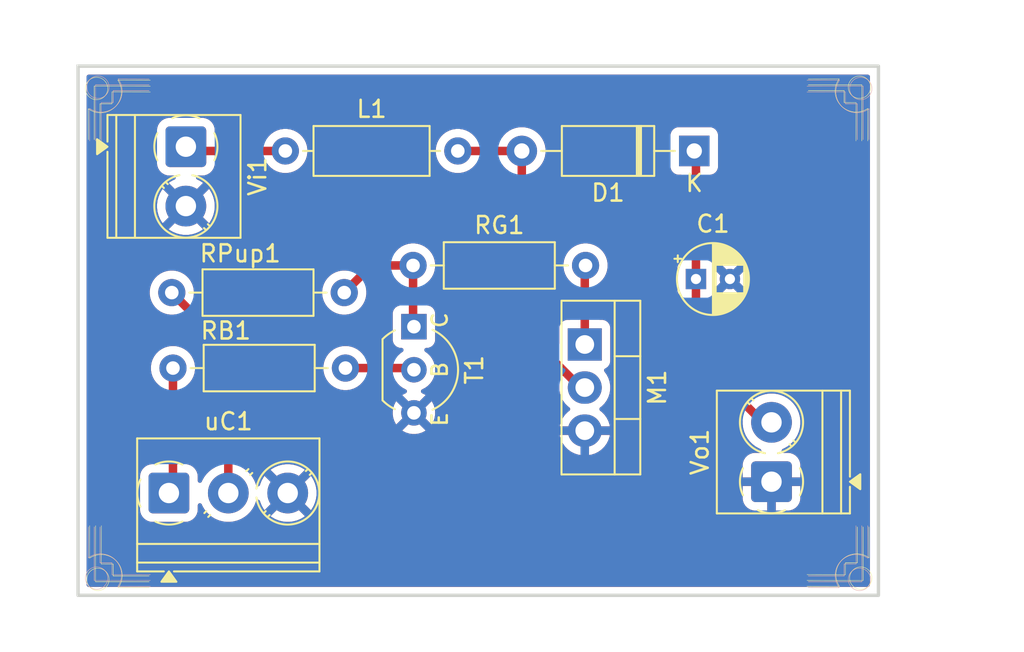
<source format=kicad_pcb>
(kicad_pcb (version 20241229) (generator "pcbnew") (generator_version "9.0")
  (title_block (title "CC-CC Converter") (date "2025-02-28") (rev "2025-03-01") (company "Universidade do Minho") (comment 1 "Aut: Nuno Duarte Ribeiro Costa"))
  (layers (0 "F.Cu" signal) (2 "B.Cu" signal) (13 "F.Paste" user) (15 "B.Paste" user) (5 "F.SilkS" user "F.Silkscreen") (7 "B.SilkS" user "B.Silkscreen") (1 "F.Mask" user) (3 "B.Mask" user) (25 "Edge.Cuts" user))
  (net 0 "")
  (net 1 "/GND")
  (net 2 "/Vout")
  (net 3 "/Drain")
  (net 4 "/GPIO")
  (net 5 "/Vcc")
  (net 6 "/Vin")
  (net 7 "/Gate")
  (net 8 "/Base")
  (net 9 "/Colector")
  (footprint "LOGO" (layer "F.Cu") (at 143.5 107)
    (property "Reference" "Q" (hide yes))
    (property "Value" "LOGO" (hide yes))
  )
  (footprint "TerminalBlock_Phoenix:TerminalBlock_Phoenix_PT-1,5-2-3.5-H_1x02_P3.50mm_Horizontal" (layer "F.Cu") (at 105 109.25 -90)
    (property "Reference" "Vi1" (at 1.749999 -4.22 90) (layer "F.SilkS"))
    (property "Value" "In")
    (pad "1" thru_hole roundrect (at 0 0 270) (size 2.4 2.4) (drill 1.2) (layers "*.Cu" "*.Mask") (roundrect_rratio 0.104167) (net 6 "/Vin"))
    (pad "2" thru_hole circle (at 3.5 0 270) (size 2.4 2.4) (drill 1.2) (layers "*.Cu" "*.Mask") (net 1 "/GND"))
  )
  (footprint "Capacitor_THT:CP_Radial_D4.0mm_P2.00mm" (layer "F.Cu") (at 135.049999 117.05)
    (property "Reference" "C1" (at 1 -3.25 0) (layer "F.SilkS"))
    (property "Value" "C")
    (pad "1" thru_hole rect (at 0 0) (size 1.2 1.2) (drill 0.6) (layers "*.Cu" "*.Mask") (net 2 "/Vout"))
    (pad "2" thru_hole circle (at 2.000001 0) (size 1.2 1.2) (drill 0.6) (layers "*.Cu" "*.Mask") (net 1 "/GND"))
  )
  (footprint "Diode_THT:D_A-405_P10.16mm_Horizontal" (layer "F.Cu") (at 134.95 109.5 180)
    (property "Reference" "D1" (at 5.08 -2.47 180) (layer "F.SilkS"))
    (property "Value" "D")
    (fp_text user "K" (at 0 -1.9 180) (layer "F.SilkS"))
    (pad "1" thru_hole rect (at 0 0 180) (size 1.8 1.8) (drill 0.9) (layers "*.Cu" "*.Mask") (net 2 "/Vout"))
    (pad "2" thru_hole oval (at 10.16 0 180) (size 1.8 1.8) (drill 0.9) (layers "*.Cu" "*.Mask") (net 3 "/Drain"))
  )
  (footprint "PCM_Package_TO_SOT_THT_AKL:TO-92_Inline_Wide_CBE" (layer "F.Cu") (at 118.435 119.86 -90)
    (property "Reference" "T1" (at 2.54 -3.56 90) (layer "F.SilkS"))
    (property "Value" "BC547" (hide yes))
    (fp_text user "E" (at 5.461 -1.524 90) (layer "F.SilkS") (effects (font (size 0.9 0.9))))
    (fp_text user "B" (at 2.54 -1.524 90) (layer "F.SilkS") (effects (font (size 0.9 0.9))))
    (fp_text user "C" (at -0.381 -1.524 90) (layer "F.SilkS") (effects (font (size 0.9 0.9))))
    (pad "1" thru_hole rect (at 0 0) (size 1.5 1.5) (drill 0.8) (layers "*.Cu" "*.Mask") (net 9 "/Colector"))
    (pad "2" thru_hole circle (at 2.54 0) (size 1.5 1.5) (drill 0.8) (layers "*.Cu" "*.Mask") (net 8 "/Base"))
    (pad "3" thru_hole circle (at 5.079999 0) (size 1.5 1.5) (drill 0.8) (layers "*.Cu" "*.Mask") (net 1 "/GND"))
  )
  (footprint "TerminalBlock_Phoenix:TerminalBlock_Phoenix_PT-1,5-3-3.5-H_1x03_P3.50mm_Horizontal" (layer "F.Cu") (at 104 129.6675)
    (property "Reference" "uC1" (at 3.5 -4.22 0) (layer "F.SilkS"))
    (property "Value" "In")
    (pad "1" thru_hole roundrect (at 0 0) (size 2.4 2.4) (drill 1.2) (layers "*.Cu" "*.Mask") (roundrect_rratio 0.104167) (net 4 "/GPIO"))
    (pad "2" thru_hole circle (at 3.5 0) (size 2.4 2.4) (drill 1.2) (layers "*.Cu" "*.Mask") (net 5 "/Vcc"))
    (pad "3" thru_hole circle (at 7 0) (size 2.4 2.4) (drill 1.2) (layers "*.Cu" "*.Mask") (net 1 "/GND"))
  )
  (footprint "Resistor_THT:R_Axial_DIN0207_L6.3mm_D2.5mm_P10.16mm_Horizontal" (layer "F.Cu") (at 104.17 117.85)
    (property "Reference" "RPup1" (at 4.03 -2.3 0) (layer "F.SilkS"))
    (property "Value" "R")
    (pad "1" thru_hole circle (at 0 0) (size 1.6 1.6) (drill 0.8) (layers "*.Cu" "*.Mask") (net 5 "/Vcc"))
    (pad "2" thru_hole oval (at 10.16 0) (size 1.6 1.6) (drill 0.8) (layers "*.Cu" "*.Mask") (net 9 "/Colector"))
  )
  (footprint "LOGO" (layer "F.Cu") (at 101 133.5 180)
    (property "Reference" "Q" (hide yes))
    (property "Value" "LOGO" (hide yes))
  )
  (footprint "Package_TO_SOT_THT:TO-220-3_Vertical" (layer "F.Cu") (at 128.5 120.91 -90)
    (property "Reference" "M1" (at 2.54 -4.27 90) (layer "F.SilkS"))
    (property "Value" "IRF740")
    (pad "1" thru_hole rect (at 0 0 270) (size 1.905 2) (drill 1.1) (layers "*.Cu" "*.Mask") (net 7 "/Gate"))
    (pad "2" thru_hole oval (at 2.54 0 270) (size 1.905 2) (drill 1.1) (layers "*.Cu" "*.Mask") (net 3 "/Drain"))
    (pad "3" thru_hole oval (at 5.079999 0 270) (size 1.905 2) (drill 1.1) (layers "*.Cu" "*.Mask") (net 1 "/GND"))
  )
  (footprint "LOGO" (layer "F.Cu") (at 143.5 133.5 -90)
    (property "Reference" "Q" (hide yes))
    (property "Value" "LOGO" (hide yes))
  )
  (footprint "Inductor_THT:L_Axial_L6.6mm_D2.7mm_P10.16mm_Horizontal_Vishay_IM-2" (layer "F.Cu") (at 110.86 109.5)
    (property "Reference" "L1" (at 5.08 -2.47 0) (layer "F.SilkS"))
    (property "Value" "L")
    (pad "1" thru_hole circle (at 0 0) (size 1.6 1.6) (drill 0.8) (layers "*.Cu" "*.Mask") (net 6 "/Vin"))
    (pad "2" thru_hole oval (at 10.16 0) (size 1.6 1.6) (drill 0.8) (layers "*.Cu" "*.Mask") (net 3 "/Drain"))
  )
  (footprint "Resistor_THT:R_Axial_DIN0207_L6.3mm_D2.5mm_P10.16mm_Horizontal" (layer "F.Cu") (at 118.385 116.25)
    (property "Reference" "RG1" (at 5.08 -2.37 0) (layer "F.SilkS"))
    (property "Value" "R")
    (pad "1" thru_hole circle (at 0 0) (size 1.6 1.6) (drill 0.8) (layers "*.Cu" "*.Mask") (net 9 "/Colector"))
    (pad "2" thru_hole oval (at 10.16 0) (size 1.6 1.6) (drill 0.8) (layers "*.Cu" "*.Mask") (net 7 "/Gate"))
  )
  (footprint "Resistor_THT:R_Axial_DIN0207_L6.3mm_D2.5mm_P10.16mm_Horizontal" (layer "F.Cu") (at 104.24 122.3)
    (property "Reference" "RB1" (at 3.11 -2.2 0) (layer "F.SilkS"))
    (property "Value" "R")
    (pad "1" thru_hole circle (at 0 0) (size 1.6 1.6) (drill 0.8) (layers "*.Cu" "*.Mask") (net 4 "/GPIO"))
    (pad "2" thru_hole oval (at 10.16 0) (size 1.6 1.6) (drill 0.8) (layers "*.Cu" "*.Mask") (net 8 "/Base"))
  )
  (footprint "TerminalBlock_Phoenix:TerminalBlock_Phoenix_PT-1,5-2-3.5-H_1x02_P3.50mm_Horizontal" (layer "F.Cu") (at 139.5 129 90)
    (property "Reference" "Vo1" (at 1.749999 -4.22 90) (layer "F.SilkS"))
    (property "Value" "Out")
    (pad "1" thru_hole roundrect (at 0 0 90) (size 2.4 2.4) (drill 1.2) (layers "*.Cu" "*.Mask") (roundrect_rratio 0.104167) (net 1 "/GND"))
    (pad "2" thru_hole circle (at 3.5 0 90) (size 2.4 2.4) (drill 1.2) (layers "*.Cu" "*.Mask") (net 2 "/Vout"))
  )
  (footprint "LOGO" (layer "F.Cu") (at 101 107 90)
    (property "Reference" "Q" (hide yes))
    (property "Value" "LOGO" (hide yes))
  )
  (footprint "LOGO" (layer "B.Cu") (at 101 107 180)
    (property "Reference" "Q" (hide yes))
    (property "Value" "LOGO" (hide yes))
  )
  (footprint "LOGO" (layer "B.Cu") (at 143.5 107 90)
    (property "Reference" "Q" (hide yes))
    (property "Value" "LOGO" (hide yes))
  )
  (footprint "LOGO" (layer "B.Cu") (at 143.5 133.5)
    (property "Reference" "Q" (hide yes))
    (property "Value" "LOGO" (hide yes))
  )
  (footprint "LOGO" (layer "B.Cu") (at 101 133.5 -90)
    (property "Reference" "Q" (hide yes))
    (property "Value" "LOGO" (hide yes))
  )
  (gr_rect (start 98.65 104.5) (end 145.8 135.7) (stroke (width 0.2)) (fill no) (layer "Edge.Cuts"))
  (segment (start 135.049999 117.05) (end 135.049999 109.599999) (width 0.5) (layer "F.Cu") (net 2))
  (segment (start 135.049999 117.05) (end 135.049999 121.549999) (width 0.5) (layer "F.Cu") (net 2))
  (segment (start 135.049999 109.599999) (end 134.95 109.5) (width 0.5) (layer "F.Cu") (net 2))
  (segment (start 134.95 116.950001) (end 135.049999 117.05) (width 0.5) (layer "F.Cu") (net 2))
  (segment (start 135.049999 121.549999) (end 139 125.5) (width 0.5) (layer "F.Cu") (net 2))
  (segment (start 124.79 119.99) (end 124.79 109.5) (width 0.5) (layer "F.Cu") (net 3))
  (segment (start 121.02 109.5) (end 124.79 109.5) (width 0.5) (layer "F.Cu") (net 3))
  (segment (start 128.25 123.45) (end 128.5 123.45) (width 0.5) (layer "F.Cu") (net 3))
  (segment (start 124.79 119.99) (end 128.25 123.45) (width 0.5) (layer "F.Cu") (net 3))
  (segment (start 104.24 122.3) (end 104.24 129.11) (width 0.5) (layer "F.Cu") (net 4))
  (segment (start 107.5 121.18) (end 107.5 129.2) (width 0.5) (layer "F.Cu") (net 5))
  (segment (start 104.17 117.85) (end 107.5 121.18) (width 0.5) (layer "F.Cu") (net 5))
  (segment (start 110.86 109.5) (end 105.49 109.5) (width 0.5) (layer "F.Cu") (net 6))
  (segment (start 128.5 120.91) (end 128.5 116.295) (width 0.5) (layer "F.Cu") (net 7))
  (segment (start 118.335 122.3) (end 118.435 122.4) (width 0.5) (layer "F.Cu") (net 8))
  (segment (start 114.4 122.3) (end 118.335 122.3) (width 0.5) (layer "F.Cu") (net 8))
  (segment (start 115.93 116.25) (end 114.33 117.85) (width 0.5) (layer "F.Cu") (net 9))
  (segment (start 118.385 116.25) (end 115.93 116.25) (width 0.5) (layer "F.Cu") (net 9))
  (segment (start 118.385 116.25) (end 118.385 119.81) (width 0.5) (layer "F.Cu") (net 9))
  (zone (net 1) (net_name "/GND") (layers "F.Cu" "B.Cu") (connect_pads (clearance 0.5)) (min_thickness 0.25) (fill yes (thermal_gap 0.5) (thermal_bridge_width 0.5))
    (polygon (pts (xy 101.45 100.65) (xy 154.4 100.6) (xy 153.7 139.05) (xy 94.05 138.7) (xy 94.3 106.65) (xy 94.4 100.65)))
  )
)
</source>
